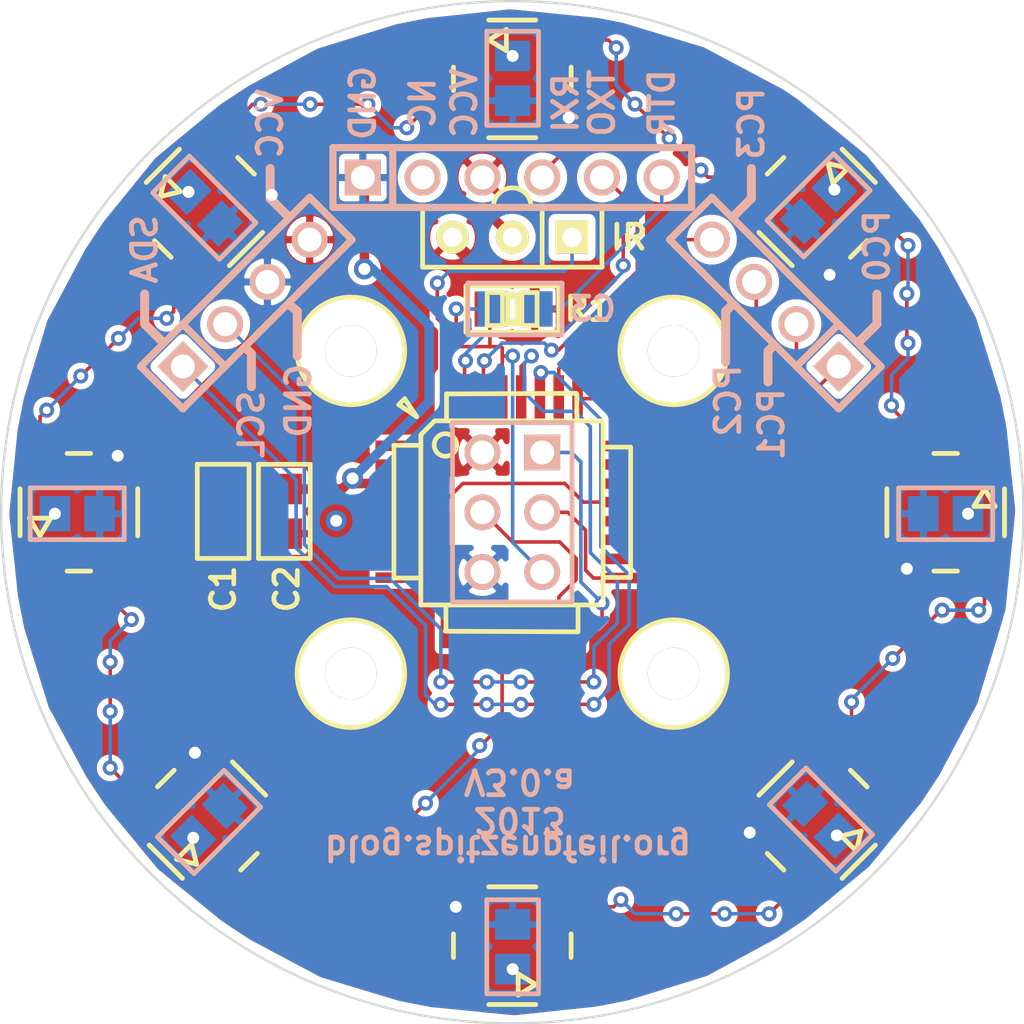
<source format=kicad_pcb>
(kicad_pcb (version 3) (host pcbnew "(2013-09-20 BZR 4325)-product")
  (title_block (title "RGB LED Ring") (date "21 Sep 2013") (rev 3.0.a) (company "2013 - blog.spitzenpfeil.org"))
  (layers (15 Front signal) (0 Back signal) (20 B.SilkS user) (21 F.SilkS user) (22 B.Mask user) (23 F.Mask user) (28 Edge.Cuts user))
  (net 0 "")
  (net 1 /DATA)
  (net 2 /DTR)
  (net 3 /INT0)
  (net 4 /MISO)
  (net 5 /MOSI)
  (net 6 /PC0)
  (net 7 /PC1)
  (net 8 /PC2)
  (net 9 /PC3)
  (net 10 /RESET)
  (net 11 /RXI)
  (net 12 /SCK)
  (net 13 /SCL)
  (net 14 /SDA)
  (net 15 /TXO)
  (net 16 GND)
  (net 17 GNDPWR)
  (net 18 N-000001)
  (net 19 N-000003)
  (net 20 N-000005)
  (net 21 N-000006)
  (net 22 N-000007)
  (net 23 N-000008)
  (net 24 N-000009)
  (net 25 VCC)
  (module MADW__TQFP_32_7x7 (layer Front) (at 83.185 70.739)
    (fp_text reference IC1 hide)
    (fp_text value AT168 hide)
    (pad 8 smd rect (at -4.81584 2.77622) (size 1.99898 0.44958) (layers Front F.Mask))
    (pad 7 smd rect (at -4.81584 1.97612) (size 1.99898 0.44958) (layers Front F.Mask))
    (pad 6 smd rect (at -4.81584 1.17602) (size 1.99898 0.44958) (layers Front F.Mask) (net 25 VCC))
    (pad 5 smd rect (at -4.81584 0.37592) (size 1.99898 0.44958) (layers Front F.Mask) (net 16 GND))
    (pad 4 smd rect (at -4.81584 -0.42418) (size 1.99898 0.44958) (layers Front F.Mask) (net 25 VCC))
    (pad 3 smd rect (at -4.81584 -1.22428) (size 1.99898 0.44958) (layers Front F.Mask) (net 16 GND))
    (pad 2 smd rect (at -4.81584 -2.02438) (size 1.99898 0.44958) (layers Front F.Mask))
    (pad 1 smd rect (at -4.81584 -2.82448) (size 1.99898 0.44958) (layers Front F.Mask))
    (pad 24 smd rect (at 4.7498 -2.8194) (size 1.99898 0.44958) (layers Front F.Mask) (net 7 /PC1))
    (pad 17 smd rect (at 4.7498 2.794) (size 1.99898 0.44958) (layers Front F.Mask) (net 12 /SCK))
    (pad 18 smd rect (at 4.7498 1.9812) (size 1.99898 0.44958) (layers Front F.Mask) (net 25 VCC))
    (pad 19 smd rect (at 4.7498 1.1684) (size 1.99898 0.44958) (layers Front F.Mask))
    (pad 20 smd rect (at 4.7498 0.381) (size 1.99898 0.44958) (layers Front F.Mask))
    (pad 21 smd rect (at 4.7498 -0.4318) (size 1.99898 0.44958) (layers Front F.Mask) (net 16 GND))
    (pad 22 smd rect (at 4.7498 -1.2192) (size 1.99898 0.44958) (layers Front F.Mask))
    (pad 23 smd rect (at 4.7498 -2.032) (size 1.99898 0.44958) (layers Front F.Mask) (net 6 /PC0))
    (pad 32 smd rect (at -2.82448 -4.826) (size 0.44958 1.99898) (layers Front F.Mask) (net 3 /INT0))
    (pad 31 smd rect (at -2.02692 -4.826) (size 0.44958 1.99898) (layers Front F.Mask) (net 15 /TXO))
    (pad 30 smd rect (at -1.22428 -4.826) (size 0.44958 1.99898) (layers Front F.Mask) (net 11 /RXI))
    (pad 29 smd rect (at -0.42672 -4.826) (size 0.44958 1.99898) (layers Front F.Mask) (net 10 /RESET))
    (pad 28 smd rect (at 0.37592 -4.826) (size 0.44958 1.99898) (layers Front F.Mask) (net 13 /SCL))
    (pad 27 smd rect (at 1.17348 -4.826) (size 0.44958 1.99898) (layers Front F.Mask) (net 14 /SDA))
    (pad 26 smd rect (at 1.97612 -4.826) (size 0.44958 1.99898) (layers Front F.Mask) (net 9 /PC3))
    (pad 25 smd rect (at 2.77368 -4.826) (size 0.44958 1.99898) (layers Front F.Mask) (net 8 /PC2))
    (pad 9 smd rect (at -2.8194 4.7752) (size 0.44958 1.99898) (layers Front F.Mask))
    (pad 10 smd rect (at -2.032 4.7752) (size 0.44958 1.99898) (layers Front F.Mask))
    (pad 11 smd rect (at -1.2192 4.7752) (size 0.44958 1.99898) (layers Front F.Mask))
    (pad 12 smd rect (at -0.4318 4.7752) (size 0.44958 1.99898) (layers Front F.Mask) (net 1 /DATA))
    (pad 13 smd rect (at 0.3556 4.7752) (size 0.44958 1.99898) (layers Front F.Mask))
    (pad 14 smd rect (at 1.1684 4.7752) (size 0.44958 1.99898) (layers Front F.Mask))
    (pad 15 smd rect (at 1.9812 4.7752) (size 0.44958 1.99898) (layers Front F.Mask) (net 5 /MOSI))
    (pad 16 smd rect (at 2.794 4.7752) (size 0.44958 1.99898) (layers Front F.Mask) (net 4 /MISO))
  )
  (module SIL-3 (layer Front) (at 83.185 59.055 180)
    (fp_text reference U1 hide)
    (fp_text value MADW__TSOP38238 hide)
    (pad 1 thru_hole rect (at -2.54 0 180) (size 1.397 1.397) (drill 0.8128) (layers *.Cu *.Mask F.SilkS) (net 3 /INT0))
    (pad 2 thru_hole circle (at 0 0 180) (size 1.397 1.397) (drill 0.8128) (layers *.Cu *.Mask F.SilkS) (net 16 GND))
    (pad 3 thru_hole circle (at 2.54 0 180) (size 1.397 1.397) (drill 0.8128) (layers *.Cu *.Mask F.SilkS) (net 25 VCC))
  )
  (module MADW__mounting_hole_3mm (layer Front) (at 76.327 77.597)
    (fp_text reference MH3 hide)
    (fp_text value CONN_1 hide)
    (pad "" thru_hole circle (at 0 0) (size 2.2 2.2) (drill 2.2) (layers *.Cu *.Mask))
  )
  (module MADW__mounting_hole_3mm (layer Front) (at 90.043 77.597)
    (fp_text reference MH4 hide)
    (fp_text value CONN_1 hide)
    (pad "" thru_hole circle (at 0 0) (size 2.2 2.2) (drill 2.2) (layers *.Cu *.Mask))
  )
  (module MADW__mounting_hole_3mm (layer Front) (at 90.043 63.881)
    (fp_text reference MH2 hide)
    (fp_text value CONN_1 hide)
    (pad "" thru_hole circle (at 0 0) (size 2.2 2.2) (drill 2.2) (layers *.Cu *.Mask))
  )
  (module MADW__mounting_hole_3mm (layer Front) (at 76.327 63.881)
    (fp_text reference MH1 hide)
    (fp_text value CONN_1 hide)
    (pad "" thru_hole circle (at 0 0) (size 2.2 2.2) (drill 2.2) (layers *.Cu *.Mask))
  )
  (module MADW__PLCC4-5050 (layer Front) (at 70.104 57.785 135)
    (fp_text reference LED6 hide)
    (fp_text value MADW__WS2812B hide)
    (pad 1 smd rect (at 1.65 -2.4 135) (size 1.4 1.8) (layers Front F.Mask) (net 25 VCC))
    (pad 2 smd rect (at -1.65 -2.4 135) (size 1.4 1.8) (layers Front F.Mask) (net 23 N-000008))
    (pad 3 smd rect (at -1.65 2.4 135) (size 1.4 1.8) (layers Front F.Mask) (net 17 GNDPWR))
    (pad 4 smd rect (at 1.65 2.4 135) (size 1.4 1.8) (layers Front F.Mask) (net 24 N-000009))
  )
  (module MADW__PLCC4-5050 (layer Front) (at 64.77 70.739 180)
    (fp_text reference LED7 hide)
    (fp_text value MADW__WS2812B hide)
    (pad 1 smd rect (at 1.65 -2.4 180) (size 1.4 1.8) (layers Front F.Mask) (net 25 VCC))
    (pad 2 smd rect (at -1.65 -2.4 180) (size 1.4 1.8) (layers Front F.Mask) (net 18 N-000001))
    (pad 3 smd rect (at -1.65 2.4 180) (size 1.4 1.8) (layers Front F.Mask) (net 17 GNDPWR))
    (pad 4 smd rect (at 1.65 2.4 180) (size 1.4 1.8) (layers Front F.Mask) (net 23 N-000008))
  )
  (module MADW__PLCC4-5050 (layer Front) (at 70.231 83.82 225)
    (fp_text reference LED8 hide)
    (fp_text value MADW__WS2812B hide)
    (pad 1 smd rect (at 1.65 -2.4 225) (size 1.4 1.8) (layers Front F.Mask) (net 25 VCC))
    (pad 2 smd rect (at -1.65 -2.4 225) (size 1.4 1.8) (layers Front F.Mask))
    (pad 3 smd rect (at -1.65 2.4 225) (size 1.4 1.8) (layers Front F.Mask) (net 17 GNDPWR))
    (pad 4 smd rect (at 1.65 2.4 225) (size 1.4 1.8) (layers Front F.Mask) (net 18 N-000001))
  )
  (module MADW__PLCC4-5050 (layer Front) (at 83.185 89.154 270)
    (fp_text reference LED1 hide)
    (fp_text value MADW__WS2812B hide)
    (pad 1 smd rect (at 1.65 -2.4 270) (size 1.4 1.8) (layers Front F.Mask) (net 25 VCC))
    (pad 2 smd rect (at -1.65 -2.4 270) (size 1.4 1.8) (layers Front F.Mask) (net 21 N-000006))
    (pad 3 smd rect (at -1.65 2.4 270) (size 1.4 1.8) (layers Front F.Mask) (net 17 GNDPWR))
    (pad 4 smd rect (at 1.65 2.4 270) (size 1.4 1.8) (layers Front F.Mask) (net 1 /DATA))
  )
  (module MADW__PLCC4-5050 (layer Front) (at 96.139 83.82 315)
    (fp_text reference LED2 hide)
    (fp_text value MADW__WS2812B hide)
    (pad 1 smd rect (at 1.65 -2.4 315) (size 1.4 1.8) (layers Front F.Mask) (net 25 VCC))
    (pad 2 smd rect (at -1.65 -2.4 315) (size 1.4 1.8) (layers Front F.Mask) (net 22 N-000007))
    (pad 3 smd rect (at -1.65 2.4 315) (size 1.4 1.8) (layers Front F.Mask) (net 17 GNDPWR))
    (pad 4 smd rect (at 1.65 2.4 315) (size 1.4 1.8) (layers Front F.Mask) (net 21 N-000006))
  )
  (module MADW__PLCC4-5050 (layer Front) (at 101.6 70.739)
    (fp_text reference LED3 hide)
    (fp_text value MADW__WS2812B hide)
    (pad 1 smd rect (at 1.65 -2.4) (size 1.4 1.8) (layers Front F.Mask) (net 25 VCC))
    (pad 2 smd rect (at -1.65 -2.4) (size 1.4 1.8) (layers Front F.Mask) (net 20 N-000005))
    (pad 3 smd rect (at -1.65 2.4) (size 1.4 1.8) (layers Front F.Mask) (net 17 GNDPWR))
    (pad 4 smd rect (at 1.65 2.4) (size 1.4 1.8) (layers Front F.Mask) (net 22 N-000007))
  )
  (module MADW__PLCC4-5050 (layer Front) (at 96.139 57.785 45)
    (fp_text reference LED4 hide)
    (fp_text value MADW__WS2812B hide)
    (pad 1 smd rect (at 1.65 -2.4 45) (size 1.4 1.8) (layers Front F.Mask) (net 25 VCC))
    (pad 2 smd rect (at -1.65 -2.4 45) (size 1.4 1.8) (layers Front F.Mask) (net 19 N-000003))
    (pad 3 smd rect (at -1.65 2.4 45) (size 1.4 1.8) (layers Front F.Mask) (net 17 GNDPWR))
    (pad 4 smd rect (at 1.65 2.4 45) (size 1.4 1.8) (layers Front F.Mask) (net 20 N-000005))
  )
  (module MADW__PLCC4-5050 (layer Front) (at 83.185 52.324 90)
    (fp_text reference LED5 hide)
    (fp_text value MADW__WS2812B hide)
    (pad 1 smd rect (at 1.65 -2.4 90) (size 1.4 1.8) (layers Front F.Mask) (net 25 VCC))
    (pad 2 smd rect (at -1.65 -2.4 90) (size 1.4 1.8) (layers Front F.Mask) (net 24 N-000009))
    (pad 3 smd rect (at -1.65 2.4 90) (size 1.4 1.8) (layers Front F.Mask) (net 17 GNDPWR))
    (pad 4 smd rect (at 1.65 2.4 90) (size 1.4 1.8) (layers Front F.Mask) (net 19 N-000003))
  )
  (module pin_array_3x2 (layer Back) (at 83.185 70.739 270)
    (fp_text reference JP1 hide)
    (fp_text value ISP hide)
    (pad 1 thru_hole rect (at -2.54 -1.27 270) (size 1.524 1.524) (drill 1.016) (layers *.Cu *.Mask B.SilkS) (net 4 /MISO))
    (pad 2 thru_hole circle (at -2.54 1.27 270) (size 1.524 1.524) (drill 1.016) (layers *.Cu *.Mask B.SilkS) (net 25 VCC))
    (pad 3 thru_hole circle (at 0 -1.27 270) (size 1.524 1.524) (drill 1.016) (layers *.Cu *.Mask B.SilkS) (net 12 /SCK))
    (pad 4 thru_hole circle (at 0 1.27 270) (size 1.524 1.524) (drill 1.016) (layers *.Cu *.Mask B.SilkS) (net 5 /MOSI))
    (pad 5 thru_hole circle (at 2.54 -1.27 270) (size 1.524 1.524) (drill 1.016) (layers *.Cu *.Mask B.SilkS) (net 10 /RESET))
    (pad 6 thru_hole circle (at 2.54 1.27 270) (size 1.524 1.524) (drill 1.016) (layers *.Cu *.Mask B.SilkS) (net 17 GNDPWR))
  )
  (module MADW__SIL-4 (layer Back) (at 94.361 61.849 135)
    (fp_text reference P2 hide)
    (fp_text value PORTC hide)
    (pad 1 thru_hole rect (at -3.81 0 135) (size 1.524 1.524) (drill 1.016) (layers *.Cu *.Mask B.SilkS) (net 6 /PC0))
    (pad 2 thru_hole circle (at -1.27 0 135) (size 1.524 1.524) (drill 1.016) (layers *.Cu *.Mask B.SilkS) (net 7 /PC1))
    (pad 3 thru_hole circle (at 1.27 0 135) (size 1.524 1.524) (drill 1.016) (layers *.Cu *.Mask B.SilkS) (net 8 /PC2))
    (pad 4 thru_hole circle (at 3.81 0 135) (size 1.524 1.524) (drill 1.016) (layers *.Cu *.Mask B.SilkS) (net 9 /PC3))
  )
  (module MADW__SIL-4 (layer Back) (at 71.882 61.849 45)
    (fp_text reference P1 hide)
    (fp_text value I2C hide)
    (pad 1 thru_hole rect (at -3.81 0 45) (size 1.524 1.524) (drill 1.016) (layers *.Cu *.Mask B.SilkS) (net 14 /SDA))
    (pad 2 thru_hole circle (at -1.27 0 45) (size 1.524 1.524) (drill 1.016) (layers *.Cu *.Mask B.SilkS) (net 13 /SCL))
    (pad 3 thru_hole circle (at 1.27 0 45) (size 1.524 1.524) (drill 1.016) (layers *.Cu *.Mask B.SilkS) (net 17 GNDPWR))
    (pad 4 thru_hole circle (at 3.81 0 45) (size 1.524 1.524) (drill 1.016) (layers *.Cu *.Mask B.SilkS) (net 25 VCC))
  )
  (module MADW__SIL-6 (layer Back) (at 83.185 56.515)
    (fp_text reference P3 hide)
    (fp_text value FTDI hide)
    (pad 1 thru_hole rect (at -6.35 0) (size 1.524 1.524) (drill 1.016) (layers *.Cu *.Mask B.SilkS) (net 17 GNDPWR))
    (pad 2 thru_hole circle (at -3.81 0) (size 1.524 1.524) (drill 1.016) (layers *.Cu *.Mask B.SilkS))
    (pad 3 thru_hole circle (at -1.27 0) (size 1.524 1.524) (drill 1.016) (layers *.Cu *.Mask B.SilkS) (net 25 VCC))
    (pad 4 thru_hole circle (at 1.27 0) (size 1.524 1.524) (drill 1.016) (layers *.Cu *.Mask B.SilkS) (net 11 /RXI))
    (pad 5 thru_hole circle (at 3.81 0) (size 1.524 1.524) (drill 1.016) (layers *.Cu *.Mask B.SilkS) (net 15 /TXO))
    (pad 6 thru_hole circle (at 6.35 0) (size 1.524 1.524) (drill 1.016) (layers *.Cu *.Mask B.SilkS) (net 2 /DTR))
  )
  (module MADW__C0805 (layer Back) (at 64.7 70.8)
    (fp_text reference C10 hide)
    (fp_text value 4.7µF hide)
    (pad 1 smd rect (at -0.94996 0) (size 1.29794 1.4986) (layers Back B.Mask) (net 25 VCC))
    (pad 2 smd rect (at 0.94996 0) (size 1.29794 1.4986) (layers Back B.Mask) (net 17 GNDPWR))
  )
  (module MADW__C0805 (layer Back) (at 70.3 83.9 45)
    (fp_text reference C11 hide)
    (fp_text value 4.7µF hide)
    (pad 1 smd rect (at -0.94996 0 45) (size 1.29794 1.4986) (layers Back B.Mask) (net 25 VCC))
    (pad 2 smd rect (at 0.94996 0 45) (size 1.29794 1.4986) (layers Back B.Mask) (net 17 GNDPWR))
  )
  (module MADW__SMD-net-noin-0.5mm (layer Front) (at 76.9 58.2 90)
    (fp_text reference NJ1 hide)
    (fp_text value NET-JOIN hide)
    (fp_line (start -0.381 0.127) (end 0.381 0.127) (layer Front) (width 0.25))
    (fp_line (start -0.381 -0.127) (end 0.381 -0.127) (layer Front) (width 0.25))
    (fp_line (start -0.381 0) (end 0.381 0) (layer Front) (width 0.25))
    (pad 1 smd rect (at -0.381 0 90) (size 0.5 0.5) (layers Front) (net 16 GND))
    (pad 2 smd rect (at 0.381 0 90) (size 0.5 0.5) (layers Front) (net 17 GNDPWR))
  )
  (module MADW__C0805 (layer Back) (at 96.3 83.8 135)
    (fp_text reference C5 hide)
    (fp_text value 4.7µF hide)
    (pad 1 smd rect (at -0.94996 0 135) (size 1.29794 1.4986) (layers Back B.Mask) (net 25 VCC))
    (pad 2 smd rect (at 0.94996 0 135) (size 1.29794 1.4986) (layers Back B.Mask) (net 17 GNDPWR))
  )
  (module MADW__C0805 (layer Front) (at 70.9 70.7 90)
    (fp_text reference C1 (at -3.3 0 90) (layer F.SilkS) (effects (font (thickness 0.2))))
    (fp_text value 100nF hide)
    (pad 1 smd rect (at -0.94996 0 90) (size 1.29794 1.4986) (layers Front F.Mask) (net 25 VCC))
    (pad 2 smd rect (at 0.94996 0 90) (size 1.29794 1.4986) (layers Front F.Mask) (net 16 GND))
  )
  (module MADW__C0805 (layer Front) (at 73.5 70.7 90)
    (fp_text reference C2 (at -3.3 0.1 90) (layer F.SilkS) (effects (font (thickness 0.2))))
    (fp_text value 10µF hide)
    (pad 1 smd rect (at -0.94996 0 90) (size 1.29794 1.4986) (layers Front F.Mask) (net 25 VCC))
    (pad 2 smd rect (at 0.94996 0 90) (size 1.29794 1.4986) (layers Front F.Mask) (net 16 GND))
  )
  (module MADW__C0805 (layer Back) (at 83.3 62.1)
    (fp_text reference C3 (at 3.3 0) (layer B.SilkS) (effects (font (thickness 0.2)) (justify mirror)))
    (fp_text value 100nF hide)
    (pad 1 smd rect (at -0.94996 0) (size 1.29794 1.4986) (layers Back B.Mask) (net 10 /RESET))
    (pad 2 smd rect (at 0.94996 0) (size 1.29794 1.4986) (layers Back B.Mask) (net 2 /DTR))
  )
  (module MADW__C0805 (layer Back) (at 83.2 89.2 90)
    (fp_text reference C4 hide)
    (fp_text value 4.7µF hide)
    (pad 1 smd rect (at -0.94996 0 90) (size 1.29794 1.4986) (layers Back B.Mask) (net 25 VCC))
    (pad 2 smd rect (at 0.94996 0 90) (size 1.29794 1.4986) (layers Back B.Mask) (net 17 GNDPWR))
  )
  (module MADW__C0805 (layer Back) (at 101.6 70.8 180)
    (fp_text reference C6 hide)
    (fp_text value 4.7µF hide)
    (pad 1 smd rect (at -0.94996 0 180) (size 1.29794 1.4986) (layers Back B.Mask) (net 25 VCC))
    (pad 2 smd rect (at 0.94996 0 180) (size 1.29794 1.4986) (layers Back B.Mask) (net 17 GNDPWR))
  )
  (module MADW__C0805 (layer Back) (at 96.2 57.7 225)
    (fp_text reference C7 hide)
    (fp_text value 4.7µF hide)
    (pad 1 smd rect (at -0.94996 0 225) (size 1.29794 1.4986) (layers Back B.Mask) (net 25 VCC))
    (pad 2 smd rect (at 0.94996 0 225) (size 1.29794 1.4986) (layers Back B.Mask) (net 17 GNDPWR))
  )
  (module MADW__C0805 (layer Back) (at 83.2 52.3 270)
    (fp_text reference C8 hide)
    (fp_text value 4.7µF hide)
    (pad 1 smd rect (at -0.94996 0 270) (size 1.29794 1.4986) (layers Back B.Mask) (net 25 VCC))
    (pad 2 smd rect (at 0.94996 0 270) (size 1.29794 1.4986) (layers Back B.Mask) (net 17 GNDPWR))
  )
  (module MADW__C0805 (layer Back) (at 70.1 57.8 315)
    (fp_text reference C9 hide)
    (fp_text value 4.7µF hide)
    (pad 1 smd rect (at -0.94996 0 315) (size 1.29794 1.4986) (layers Back B.Mask) (net 25 VCC))
    (pad 2 smd rect (at 0.94996 0 315) (size 1.29794 1.4986) (layers Back B.Mask) (net 17 GNDPWR))
  )
  (module MADW__R0805 (layer Front) (at 83.185 62.103)
    (fp_text reference R1 (at 3.215 -0.003) (layer F.SilkS) (effects (font (thickness 0.2))))
    (fp_text value 10k hide)
    (pad 1 smd rect (at -0.94996 0) (size 1.29794 1.4986) (layers Front F.Mask) (net 10 /RESET))
    (pad 2 smd rect (at 0.94996 0) (size 1.29794 1.4986) (layers Front F.Mask) (net 25 VCC))
  )
  (gr_line (start 72.1 64) (end 71.85 63.75) (angle 90) (layer B.SilkS) (width 0.381))
  (gr_line (start 72.1 65.4) (end 72.1 64) (angle 90) (layer B.SilkS) (width 0.381))
  (gr_line (start 74.05 62.2) (end 73.7 61.9) (angle 90) (layer B.SilkS) (width 0.381))
  (gr_line (start 74.05 62.2) (end 74.05 64.1) (angle 90) (layer B.SilkS) (width 0.381))
  (gr_line (start 92.25 62.2) (end 92.55 61.9) (angle 90) (layer B.SilkS) (width 0.381))
  (gr_line (start 92.25 64.35) (end 92.25 62.2) (angle 90) (layer B.SilkS) (width 0.381))
  (gr_line (start 94.05 63.9) (end 94.3 63.65) (angle 90) (layer B.SilkS) (width 0.381))
  (gr_line (start 94.05 63.9) (end 94.05 65.2) (angle 90) (layer B.SilkS) (width 0.381))
  (gr_text blog.spitzenpfeil.org (at 83 85 180) (layer B.SilkS) (effects (font (size 1.016 1.016) (thickness 0.2032)) (justify mirror)))
  (gr_text "2013\nV3.0.a" (at 83.5 83 180) (layer B.SilkS) (effects (font (size 1.016 1.016) (thickness 0.2032)) (justify mirror)))
  (gr_text IR (at 88.138 59.055) (layer F.SilkS) (effects (font (size 1.016 1.016) (thickness 0.2032))))
  (gr_text PC0 (at 98.679 59.436 90) (layer B.SilkS) (effects (font (size 1.016 1.016) (thickness 0.2032)) (justify mirror)))
  (gr_text PC1 (at 94.2 67 90) (layer B.SilkS) (effects (font (size 1.016 1.016) (thickness 0.2032)) (justify mirror)))
  (gr_text PC2 (at 92.35 66 90) (layer B.SilkS) (effects (font (size 1.016 1.016) (thickness 0.2032)) (justify mirror)))
  (gr_text PC3 (at 93.345 54.229 90) (layer B.SilkS) (effects (font (size 1.016 1.016) (thickness 0.2032)) (justify mirror)))
  (gr_line (start 98.679 62.738) (end 98.679 61.468) (angle 90) (layer B.SilkS) (width 0.381))
  (gr_line (start 97.917 63.5) (end 98.679 62.738) (angle 90) (layer B.SilkS) (width 0.381))
  (gr_line (start 93.345 57.404) (end 93.345 56.134) (angle 90) (layer B.SilkS) (width 0.381))
  (gr_line (start 92.583 58.166) (end 93.345 57.404) (angle 90) (layer B.SilkS) (width 0.381))
  (gr_line (start 72.898 57.404) (end 72.898 56.134) (angle 90) (layer B.SilkS) (width 0.381))
  (gr_line (start 67.564 62.738) (end 67.564 61.468) (angle 90) (layer B.SilkS) (width 0.381))
  (gr_line (start 68.326 63.5) (end 67.564 62.738) (angle 90) (layer B.SilkS) (width 0.381))
  (gr_line (start 73.66 58.166) (end 72.898 57.404) (angle 90) (layer B.SilkS) (width 0.381))
  (gr_text SDA (at 67.564 59.563 90) (layer B.SilkS) (effects (font (size 1.016 1.016) (thickness 0.2032)) (justify mirror)))
  (gr_text SCL (at 72.1 67 90) (layer B.SilkS) (effects (font (size 1.016 1.016) (thickness 0.2032)) (justify mirror)))
  (gr_text GND (at 74.1 66 90) (layer B.SilkS) (effects (font (size 1.016 1.016) (thickness 0.2032)) (justify mirror)))
  (gr_text VCC (at 72.898 54.229 90) (layer B.SilkS) (effects (font (size 1.016 1.016) (thickness 0.2032)) (justify mirror)))
  (gr_text DTR (at 89.535 53.35 90) (layer B.SilkS) (effects (font (size 1.016 1.016) (thickness 0.2032)) (justify mirror)))
  (gr_text NC (at 79.375 53.35 90) (layer B.SilkS) (effects (font (size 1.016 1.016) (thickness 0.2032)) (justify mirror)))
  (gr_text VCC (at 81.15 53.35 90) (layer B.SilkS) (effects (font (size 1.016 1.016) (thickness 0.2032)) (justify mirror)))
  (gr_text RXI (at 85.45 53.35 90) (layer B.SilkS) (effects (font (size 1.016 1.016) (thickness 0.2032)) (justify mirror)))
  (gr_text TXO (at 86.995 53.35 90) (layer B.SilkS) (effects (font (size 1.016 1.016) (thickness 0.2032)) (justify mirror)))
  (gr_text GND (at 76.835 53.35 90) (layer B.SilkS) (effects (font (size 1.016 1.016) (thickness 0.2032)) (justify mirror)))
  (gr_arc (start 83.185 70.739) (end 61.468 70.739) (angle 90) (layer Edge.Cuts) (width 0.1))
  (gr_arc (start 83.185 70.739) (end 83.185 92.456) (angle 90) (layer Edge.Cuts) (width 0.1))
  (gr_arc (start 83.185 70.739) (end 104.902 70.739) (angle 90) (layer Edge.Cuts) (width 0.1))
  (gr_arc (start 83.185 70.739) (end 83.185 49.022) (angle 90) (layer Edge.Cuts) (width 0.1))
  (segment (start 79.5 83.1) (end 81.8 80.8) (width 0.1524) (layer Back) (net 1))
  (segment (start 78.2 89.7) (end 79.304 90.804) (width 0.1524) (layer Front) (net 1))
  (segment (start 78.2 84.4) (end 78.2 89.7) (width 0.1524) (layer Front) (net 1))
  (segment (start 79.5 83.1) (end 78.2 84.4) (width 0.1524) (layer Front) (net 1))
  (via (at 79.5 83.1) (size 0.635) (layers Front Back) (net 1))
  (segment (start 80.785 90.804) (end 79.304 90.804) (width 0.1524) (layer Front) (net 1))
  (segment (start 81.8 80.8) (end 81.8 80.65) (width 0.1524) (layer Back) (net 1))
  (segment (start 81.85 80.65) (end 82.7532 79.7468) (width 0.1524) (layer Front) (net 1))
  (segment (start 81.8 80.65) (end 81.85 80.65) (width 0.1524) (layer Front) (net 1))
  (via (at 81.8 80.65) (size 0.635) (layers Front Back) (net 1))
  (segment (start 82.7532 75.5142) (end 82.7532 79.7468) (width 0.1524) (layer Front) (net 1))
  (segment (start 84.24996 62.1) (end 85.25 62.1) (width 0.1524) (layer Back) (net 2))
  (segment (start 89.535 57.815) (end 89.535 56.515) (width 0.1524) (layer Back) (net 2))
  (segment (start 85.25 62.1) (end 89.535 57.815) (width 0.1524) (layer Back) (net 2))
  (segment (start 80.36052 65.913) (end 80.36052 62.86052) (width 0.1524) (layer Front) (net 3))
  (segment (start 85.725 60.175) (end 85.725 59.055) (width 0.1524) (layer Back) (net 3))
  (segment (start 85.4 60.5) (end 85.725 60.175) (width 0.1524) (layer Back) (net 3))
  (segment (start 80.5 60.5) (end 85.4 60.5) (width 0.1524) (layer Back) (net 3))
  (segment (start 80 61) (end 80.5 60.5) (width 0.1524) (layer Back) (net 3))
  (via (at 80 61) (size 0.635) (layers Front Back) (net 3))
  (segment (start 80 62.5) (end 80 61) (width 0.1524) (layer Front) (net 3))
  (segment (start 80.36052 62.86052) (end 80 62.5) (width 0.1524) (layer Front) (net 3))
  (segment (start 84.455 68.199) (end 85.699 68.199) (width 0.1524) (layer Back) (net 4))
  (segment (start 86.6858 75.5142) (end 85.979 75.5142) (width 0.1524) (layer Front) (net 4))
  (segment (start 87 75.2) (end 86.6858 75.5142) (width 0.1524) (layer Front) (net 4))
  (segment (start 87 74.6) (end 87 75.2) (width 0.1524) (layer Front) (net 4))
  (via (at 87 74.6) (size 0.635) (layers Front Back) (net 4))
  (segment (start 86.1 73.7) (end 87 74.6) (width 0.1524) (layer Back) (net 4))
  (segment (start 86.1 68.6) (end 86.1 73.7) (width 0.1524) (layer Back) (net 4))
  (segment (start 85.699 68.199) (end 86.1 68.6) (width 0.1524) (layer Back) (net 4))
  (segment (start 81.915 70.739) (end 81.939 70.739) (width 0.1524) (layer Front) (net 5))
  (segment (start 85.1662 74.3338) (end 85.1662 75.5142) (width 0.1524) (layer Front) (net 5))
  (segment (start 85.9 73.6) (end 85.1662 74.3338) (width 0.1524) (layer Front) (net 5))
  (segment (start 85.9 72.7) (end 85.9 73.6) (width 0.1524) (layer Front) (net 5))
  (segment (start 85.2 72) (end 85.9 72.7) (width 0.1524) (layer Front) (net 5))
  (segment (start 83.2 72) (end 85.2 72) (width 0.1524) (layer Front) (net 5))
  (segment (start 81.939 70.739) (end 83.2 72) (width 0.1524) (layer Front) (net 5))
  (segment (start 87.9348 68.707) (end 92.891154 68.707) (width 0.1524) (layer Front) (net 6))
  (segment (start 92.891154 68.707) (end 97.055077 64.543077) (width 0.1524) (layer Front) (net 6))
  (segment (start 92.836452 67.9196) (end 95.259026 65.497026) (width 0.1524) (layer Front) (net 7))
  (segment (start 87.9348 67.9196) (end 92.836452 67.9196) (width 0.1524) (layer Front) (net 7))
  (segment (start 95.259026 65.497026) (end 95.259026 62.747026) (width 0.1524) (layer Front) (net 7))
  (segment (start 93.462974 60.950974) (end 93.55 61.038) (width 0.1524) (layer Front) (net 8))
  (segment (start 86.863 65.913) (end 85.95868 65.913) (width 0.1524) (layer Front) (net 8))
  (segment (start 88.15 67.2) (end 86.863 65.913) (width 0.1524) (layer Front) (net 8))
  (segment (start 92.65 67.2) (end 88.15 67.2) (width 0.1524) (layer Front) (net 8))
  (segment (start 93.55 66.3) (end 92.65 67.2) (width 0.1524) (layer Front) (net 8))
  (segment (start 93.55 61.038) (end 93.55 66.3) (width 0.1524) (layer Front) (net 8))
  (segment (start 93.313948 61.1) (end 93.462974 60.950974) (width 0.1524) (layer Front) (net 8))
  (segment (start 85.16112 64.63888) (end 86.2 63.6) (width 0.1524) (layer Front) (net 9))
  (segment (start 85.16112 65.913) (end 85.16112 64.63888) (width 0.1524) (layer Front) (net 9))
  (segment (start 90.345077 59.154923) (end 91.666923 59.154923) (width 0.1524) (layer Front) (net 9))
  (segment (start 86.2 63.3) (end 90.345077 59.154923) (width 0.1524) (layer Front) (net 9))
  (segment (start 86.2 63.6) (end 86.2 63.3) (width 0.1524) (layer Front) (net 9))
  (segment (start 83.2 72.024) (end 83.2 64.1) (width 0.1524) (layer Back) (net 10))
  (via (at 83.2 64.1) (size 0.635) (layers Front Back) (net 10))
  (segment (start 83.2 64.1) (end 82.75828 64.1) (width 0.1524) (layer Front) (net 10))
  (segment (start 83.2 72.024) (end 84.455 73.279) (width 0.1524) (layer Back) (net 10))
  (segment (start 82.23504 63.7) (end 82.7 63.7) (width 0.1524) (layer Front) (net 10))
  (segment (start 82.7 63.7) (end 82.75828 63.75828) (width 0.1524) (layer Front) (net 10))
  (segment (start 82.75828 63.75828) (end 82.75828 64.1) (width 0.1524) (layer Front) (net 10))
  (segment (start 82.75828 64.1) (end 82.75828 65.913) (width 0.1524) (layer Front) (net 10))
  (segment (start 82.35004 62.1) (end 80.8 62.1) (width 0.1524) (layer Back) (net 10))
  (segment (start 80.9 63.7) (end 82.23504 63.7) (width 0.1524) (layer Front) (net 10))
  (segment (start 80.8 63.6) (end 80.9 63.7) (width 0.1524) (layer Front) (net 10))
  (segment (start 80.8 62.1) (end 80.8 63.6) (width 0.1524) (layer Front) (net 10))
  (via (at 80.8 62.1) (size 0.635) (layers Front Back) (net 10))
  (segment (start 82.23504 62.103) (end 82.23504 63.7) (width 0.1524) (layer Front) (net 10))
  (segment (start 84.85 63.85) (end 85.15 63.85) (width 0.1524) (layer Front) (net 11))
  (segment (start 84.455 56.515) (end 84.455 56.345) (width 0.1524) (layer Front) (net 11))
  (segment (start 85.6 55.2) (end 84.455 56.345) (width 0.1524) (layer Front) (net 11))
  (segment (start 87.6 55.2) (end 85.6 55.2) (width 0.1524) (layer Front) (net 11))
  (segment (start 88.3 55.9) (end 87.6 55.2) (width 0.1524) (layer Front) (net 11))
  (segment (start 88.3 57.1) (end 88.3 55.9) (width 0.1524) (layer Front) (net 11))
  (segment (start 88.5 57.3) (end 88.3 57.1) (width 0.1524) (layer Front) (net 11))
  (segment (start 88.5 60.5) (end 88.5 57.3) (width 0.1524) (layer Front) (net 11))
  (segment (start 85.15 63.85) (end 88.5 60.5) (width 0.1524) (layer Front) (net 11))
  (segment (start 84.55 63.55) (end 84.85 63.85) (width 0.1524) (layer Back) (net 11))
  (segment (start 82 64.3) (end 82.75 63.55) (width 0.1524) (layer Back) (net 11))
  (segment (start 81.96072 64.33928) (end 81.96072 65.913) (width 0.1524) (layer Front) (net 11))
  (via (at 82 64.3) (size 0.635) (layers Front Back) (net 11))
  (segment (start 81.96072 64.33928) (end 82 64.3) (width 0.1524) (layer Front) (net 11))
  (via (at 84.85 63.85) (size 0.635) (layers Front Back) (net 11))
  (segment (start 82.75 63.55) (end 84.55 63.55) (width 0.1524) (layer Back) (net 11))
  (segment (start 84.455 70.739) (end 85.539 70.739) (width 0.1524) (layer Front) (net 12))
  (segment (start 86.633 73.533) (end 87.9348 73.533) (width 0.1524) (layer Front) (net 12))
  (segment (start 86.3 73.2) (end 86.633 73.533) (width 0.1524) (layer Front) (net 12))
  (segment (start 86.3 71.5) (end 86.3 73.2) (width 0.1524) (layer Front) (net 12))
  (segment (start 85.539 70.739) (end 86.3 71.5) (width 0.1524) (layer Front) (net 12))
  (segment (start 70.983974 62.747026) (end 74.35 66.113052) (width 0.1524) (layer Back) (net 13))
  (segment (start 74.35 66.113052) (end 74.35 72.1) (width 0.1524) (layer Back) (net 13))
  (segment (start 74.35 72.1) (end 75.8 73.55) (width 0.1524) (layer Back) (net 13))
  (segment (start 86.65 77.95) (end 86.65 76.45) (width 0.1524) (layer Back) (net 13))
  (via (at 86.65 77.95) (size 0.635) (layers Front Back) (net 13))
  (segment (start 84 64.1) (end 83.56092 64.53908) (width 0.1524) (layer Front) (net 13))
  (segment (start 86.5 72.45) (end 87.65 73.6) (width 0.1524) (layer Back) (net 13))
  (segment (start 85.85 66.45) (end 86.5 67.1) (width 0.1524) (layer Back) (net 13))
  (segment (start 84.5 66.45) (end 85.85 66.45) (width 0.1524) (layer Back) (net 13))
  (segment (start 83.7 65.65) (end 84.5 66.45) (width 0.1524) (layer Back) (net 13))
  (segment (start 83.7 64.4) (end 83.7 65.65) (width 0.1524) (layer Back) (net 13))
  (segment (start 84 64.1) (end 83.7 64.4) (width 0.1524) (layer Back) (net 13))
  (via (at 84 64.1) (size 0.635) (layers Front Back) (net 13))
  (segment (start 86.5 67.1) (end 86.5 72.45) (width 0.1524) (layer Back) (net 13))
  (segment (start 83.56092 64.53908) (end 83.56092 65.913) (width 0.1524) (layer Front) (net 13))
  (via (at 80.15 77.95) (size 0.635) (layers Front Back) (net 13))
  (segment (start 80.15 77.95) (end 82.1 77.95) (width 0.1524) (layer Front) (net 13))
  (via (at 82.1 77.95) (size 0.635) (layers Front Back) (net 13))
  (segment (start 82.1 77.95) (end 83.55 77.95) (width 0.1524) (layer Back) (net 13))
  (via (at 83.55 77.95) (size 0.635) (layers Front Back) (net 13))
  (segment (start 86.65 77.95) (end 83.55 77.95) (width 0.1524) (layer Front) (net 13))
  (segment (start 87.65 75.45) (end 87.65 73.6) (width 0.1524) (layer Back) (net 13))
  (segment (start 86.65 76.45) (end 87.65 75.45) (width 0.1524) (layer Back) (net 13))
  (segment (start 80.15 75.7) (end 80.15 77.95) (width 0.1524) (layer Back) (net 13))
  (segment (start 78 73.55) (end 80.15 75.7) (width 0.1524) (layer Back) (net 13))
  (segment (start 75.8 73.55) (end 78 73.55) (width 0.1524) (layer Back) (net 13))
  (segment (start 70.983974 62.747026) (end 71.047026 62.747026) (width 0.1524) (layer Back) (net 13))
  (segment (start 79.5 78.5) (end 79.9 78.9) (width 0.1524) (layer Back) (net 14))
  (segment (start 79.5 75.55) (end 77.85 73.9) (width 0.1524) (layer Back) (net 14))
  (segment (start 77.85 73.9) (end 75.65 73.9) (width 0.1524) (layer Back) (net 14))
  (segment (start 75.65 73.9) (end 74 72.25) (width 0.1524) (layer Back) (net 14))
  (segment (start 74 72.25) (end 74 69.355154) (width 0.1524) (layer Back) (net 14))
  (segment (start 69.187923 64.543077) (end 74 69.355154) (width 0.1524) (layer Back) (net 14))
  (segment (start 88.15 73.4) (end 88.15 75.5) (width 0.1524) (layer Back) (net 14))
  (segment (start 88.15 75.5) (end 87.3 76.35) (width 0.1524) (layer Back) (net 14))
  (segment (start 87.3 76.35) (end 87.3 78.25) (width 0.1524) (layer Back) (net 14))
  (segment (start 87.3 78.25) (end 86.65 78.9) (width 0.1524) (layer Back) (net 14))
  (via (at 80.15 78.9) (size 0.635) (layers Front Back) (net 14))
  (segment (start 80.15 78.9) (end 82.1 78.9) (width 0.1524) (layer Front) (net 14))
  (via (at 82.1 78.9) (size 0.635) (layers Front Back) (net 14))
  (segment (start 82.1 78.9) (end 83.55 78.9) (width 0.1524) (layer Back) (net 14))
  (via (at 83.55 78.9) (size 0.635) (layers Front Back) (net 14))
  (segment (start 83.55 78.9) (end 86.65 78.9) (width 0.1524) (layer Front) (net 14))
  (via (at 86.65 78.9) (size 0.635) (layers Front Back) (net 14))
  (segment (start 88.15 73.4) (end 86.95 72.2) (width 0.1524) (layer Back) (net 14))
  (segment (start 86.95 72.2) (end 86.95 66.8) (width 0.1524) (layer Back) (net 14))
  (segment (start 86.95 66.8) (end 84.95 64.8) (width 0.1524) (layer Back) (net 14))
  (segment (start 84.95 64.8) (end 84.4 64.8) (width 0.1524) (layer Back) (net 14))
  (via (at 84.4 64.8) (size 0.635) (layers Front Back) (net 14))
  (segment (start 84.4 64.8) (end 84.35848 64.84152) (width 0.1524) (layer Front) (net 14))
  (segment (start 84.35848 64.84152) (end 84.35848 65.913) (width 0.1524) (layer Front) (net 14))
  (segment (start 79.5 78.5) (end 79.5 75.55) (width 0.1524) (layer Back) (net 14))
  (segment (start 79.9 78.9) (end 80.15 78.9) (width 0.1524) (layer Back) (net 14))
  (segment (start 69.187923 64.543077) (end 69.431 64.3) (width 0.1524) (layer Back) (net 14))
  (segment (start 85.2 63.2) (end 87.9 60.5) (width 0.1524) (layer Back) (net 15))
  (segment (start 82 63.2) (end 85.2 63.2) (width 0.1524) (layer Back) (net 15))
  (segment (start 81.2 64.3) (end 81.2 64) (width 0.1524) (layer Back) (net 15))
  (via (at 81.2 64.3) (size 0.635) (layers Front Back) (net 15))
  (segment (start 81.2 64.3) (end 81.15808 64.34192) (width 0.1524) (layer Front) (net 15))
  (segment (start 81.15808 65.913) (end 81.15808 64.34192) (width 0.1524) (layer Front) (net 15))
  (segment (start 81.2 64) (end 82 63.2) (width 0.1524) (layer Back) (net 15))
  (segment (start 87.9 60.25) (end 87.9 57.3) (width 0.1524) (layer Front) (net 15))
  (via (at 87.9 60.25) (size 0.635) (layers Front Back) (net 15))
  (segment (start 87.9 60.5) (end 87.9 60.25) (width 0.1524) (layer Back) (net 15))
  (segment (start 87.115 56.515) (end 87.9 57.3) (width 0.1524) (layer Front) (net 15))
  (segment (start 86.995 56.515) (end 87.115 56.515) (width 0.1524) (layer Front) (net 15))
  (segment (start 76.9 60.4) (end 77.25 60.4) (width 0.4064) (layer Back) (net 16))
  (via (at 76.4 69.3) (size 0.889) (layers Front Back) (net 16))
  (segment (start 79.65 62.8) (end 79.65 66.05) (width 0.4064) (layer Back) (net 16))
  (segment (start 79.65 66.05) (end 76.4 69.3) (width 0.4064) (layer Back) (net 16))
  (segment (start 77.25 60.4) (end 79.65 62.8) (width 0.4064) (layer Back) (net 16))
  (segment (start 76.9 60.4) (end 77.05 60.4) (width 0.4064) (layer Back) (net 16))
  (via (at 76.9 60.4) (size 0.889) (layers Front Back) (net 16))
  (segment (start 76.9 58.581) (end 76.9 60.4) (width 0.4064) (layer Front) (net 16))
  (segment (start 73.5 69.75004) (end 75.94996 69.75004) (width 0.4064) (layer Front) (net 16))
  (segment (start 75.94996 69.75004) (end 76.4 69.3) (width 0.4064) (layer Front) (net 16))
  (segment (start 70.9 69.75004) (end 73.5 69.75004) (width 0.4064) (layer Front) (net 16))
  (segment (start 76.61472 69.51472) (end 78.36916 69.51472) (width 0.4064) (layer Front) (net 16))
  (segment (start 76.4 69.3) (end 76.61472 69.51472) (width 0.4064) (layer Front) (net 16))
  (segment (start 79.9 70.3) (end 80.3 70.3) (width 0.1524) (layer Front) (net 16))
  (segment (start 85.41472 69.51472) (end 86.2072 70.3072) (width 0.1524) (layer Front) (net 16))
  (segment (start 86.2072 70.3072) (end 87.9348 70.3072) (width 0.1524) (layer Front) (net 16))
  (segment (start 81.08528 69.51472) (end 85.41472 69.51472) (width 0.1524) (layer Front) (net 16))
  (segment (start 80.3 70.3) (end 81.08528 69.51472) (width 0.1524) (layer Front) (net 16))
  (segment (start 76.9 58.581) (end 78.619 58.581) (width 0.4064) (layer Front) (net 16))
  (segment (start 81.93 57.8) (end 83.185 59.055) (width 0.4064) (layer Front) (net 16))
  (segment (start 79.4 57.8) (end 81.93 57.8) (width 0.4064) (layer Front) (net 16))
  (segment (start 78.619 58.581) (end 79.4 57.8) (width 0.4064) (layer Front) (net 16))
  (segment (start 78.36916 69.51472) (end 79.61472 69.51472) (width 0.1524) (layer Front) (net 16))
  (segment (start 79.9 69.8) (end 79.9 70.3) (width 0.1524) (layer Front) (net 16))
  (segment (start 79.61472 69.51472) (end 79.9 69.8) (width 0.1524) (layer Front) (net 16))
  (segment (start 79.9 70.3) (end 79.9 70.9) (width 0.1524) (layer Front) (net 16))
  (segment (start 79.9 70.9) (end 79.68508 71.11492) (width 0.1524) (layer Front) (net 16))
  (segment (start 79.68508 71.11492) (end 78.36916 71.11492) (width 0.1524) (layer Front) (net 16))
  (segment (start 76.9 57.819) (end 76.9 56.58) (width 0.4064) (layer Front) (net 17))
  (segment (start 76.9 56.58) (end 76.835 56.515) (width 0.4064) (layer Front) (net 17))
  (via (at 72.967782 57.25467) (size 0.635) (layers Front Back) (net 17))
  (segment (start 72.9 57.2) (end 72.922452 57.222452) (width 0.1524) (layer Back) (net 17))
  (segment (start 73 57.222452) (end 72.922452 57.222452) (width 0.1524) (layer Back) (net 17))
  (segment (start 73 57.222452) (end 72.967782 57.25467) (width 0.1524) (layer Back) (net 17))
  (via (at 66.42 68.339) (size 0.635) (layers Front Back) (net 17))
  (segment (start 66.4 68.3) (end 66.4 68.319) (width 0.1524) (layer Back) (net 17))
  (segment (start 66.4 68.319) (end 66.42 68.339) (width 0.1524) (layer Back) (net 17))
  (via (at 69.70067 80.956218) (size 0.635) (layers Front Back) (net 17))
  (segment (start 69.7 80.9) (end 69.7 80.955548) (width 0.1524) (layer Back) (net 17))
  (segment (start 69.7 80.955548) (end 69.70067 80.956218) (width 0.1524) (layer Back) (net 17))
  (via (at 80.785 87.504) (size 0.635) (layers Front Back) (net 17))
  (segment (start 80.8 87.5) (end 80.789 87.5) (width 0.1524) (layer Back) (net 17))
  (segment (start 80.789 87.5) (end 80.785 87.504) (width 0.1524) (layer Back) (net 17))
  (via (at 93.275218 84.35033) (size 0.635) (layers Front Back) (net 17))
  (segment (start 93.2 84.4) (end 93.225548 84.4) (width 0.1524) (layer Back) (net 17))
  (segment (start 93.225548 84.4) (end 93.275218 84.35033) (width 0.1524) (layer Back) (net 17))
  (via (at 99.95 73.139) (size 0.635) (layers Front Back) (net 17))
  (segment (start 99.9 73.1) (end 99.911 73.1) (width 0.1524) (layer Back) (net 17))
  (segment (start 99.911 73.1) (end 99.95 73.139) (width 0.1524) (layer Back) (net 17))
  (via (at 96.66933 60.648782) (size 0.635) (layers Front Back) (net 17))
  (segment (start 96.7 60.7) (end 96.7 60.679452) (width 0.1524) (layer Back) (net 17))
  (segment (start 96.7 60.679452) (end 96.66933 60.648782) (width 0.1524) (layer Back) (net 17))
  (via (at 85.585 53.974) (size 0.635) (layers Front Back) (net 17))
  (segment (start 85.6 54) (end 85.6 53.989) (width 0.1524) (layer Back) (net 17))
  (segment (start 85.6 53.989) (end 85.585 53.974) (width 0.1524) (layer Back) (net 17))
  (via (at 66.1 77.1) (size 0.635) (layers Front Back) (net 18))
  (segment (start 66.1 81.6) (end 66.1 79.2) (width 0.1524) (layer Back) (net 18))
  (via (at 66.1 79.2) (size 0.635) (layers Front Back) (net 18))
  (segment (start 66.1 79.2) (end 66.1 77.1) (width 0.1524) (layer Front) (net 18))
  (segment (start 66.42 73.139) (end 66.42 74.72) (width 0.1524) (layer Front) (net 18))
  (segment (start 66.1 76.2) (end 66.1 77.1) (width 0.1524) (layer Back) (net 18))
  (segment (start 67 75.3) (end 66.1 76.2) (width 0.1524) (layer Back) (net 18))
  (via (at 67 75.3) (size 0.635) (layers Front Back) (net 18))
  (segment (start 66.42 74.72) (end 67 75.3) (width 0.1524) (layer Front) (net 18))
  (segment (start 67.367218 82.867218) (end 67.367218 83.28967) (width 0.1524) (layer Front) (net 18))
  (segment (start 66.1 81.6) (end 67.367218 82.867218) (width 0.1524) (layer Front) (net 18))
  (via (at 66.1 81.6) (size 0.635) (layers Front Back) (net 18))
  (via (at 88.4 53.4) (size 0.635) (layers Front Back) (net 19))
  (segment (start 91.2 56.2) (end 89.85 54.85) (width 0.1524) (layer Back) (net 19))
  (via (at 89.85 54.85) (size 0.635) (layers Front Back) (net 19))
  (segment (start 89.85 54.85) (end 88.4 53.4) (width 0.1524) (layer Front) (net 19))
  (segment (start 87.6 51) (end 87.6 52.6) (width 0.1524) (layer Back) (net 19))
  (segment (start 87.6 52.6) (end 88.4 53.4) (width 0.1524) (layer Back) (net 19))
  (segment (start 87.274 50.674) (end 87.6 51) (width 0.1524) (layer Front) (net 19))
  (via (at 87.6 51) (size 0.635) (layers Front Back) (net 19))
  (segment (start 85.585 50.674) (end 87.274 50.674) (width 0.1524) (layer Front) (net 19))
  (segment (start 92.520548 56.5) (end 93.275218 57.25467) (width 0.1524) (layer Front) (net 19))
  (segment (start 91.5 56.5) (end 92.520548 56.5) (width 0.1524) (layer Front) (net 19))
  (segment (start 91.2 56.2) (end 91.5 56.5) (width 0.1524) (layer Front) (net 19))
  (via (at 91.2 56.2) (size 0.635) (layers Front Back) (net 19))
  (segment (start 100 63.55) (end 100 64.2) (width 0.1524) (layer Back) (net 20))
  (segment (start 99.3 66.3) (end 99.95 66.95) (width 0.1524) (layer Front) (net 20))
  (segment (start 99.95 66.95) (end 99.95 68.339) (width 0.1524) (layer Front) (net 20))
  (via (at 99.3 66.2) (size 0.635) (layers Front Back) (net 20))
  (segment (start 99.3 64.9) (end 99.3 66.2) (width 0.1524) (layer Back) (net 20))
  (segment (start 100 64.2) (end 99.3 64.9) (width 0.1524) (layer Back) (net 20))
  (segment (start 99.3 66.2) (end 99.3 66.3) (width 0.1524) (layer Front) (net 20))
  (segment (start 99.95 61.45) (end 99.95 63.5) (width 0.1524) (layer Front) (net 20))
  (segment (start 99.95 63.5) (end 100 63.55) (width 0.1524) (layer Front) (net 20))
  (segment (start 100 59.4) (end 100 61.4) (width 0.1524) (layer Back) (net 20))
  (segment (start 99.002782 58.402782) (end 100 59.4) (width 0.1524) (layer Front) (net 20))
  (via (at 100 59.4) (size 0.635) (layers Front Back) (net 20))
  (segment (start 99.002782 58.31533) (end 99.002782 58.402782) (width 0.1524) (layer Front) (net 20))
  (segment (start 100 61.4) (end 99.95 61.45) (width 0.1524) (layer Back) (net 20))
  (via (at 100 63.55) (size 0.635) (layers Front Back) (net 20))
  (via (at 99.95 61.45) (size 0.635) (layers Front Back) (net 20))
  (segment (start 88.4 87.8) (end 90.15 87.8) (width 0.1524) (layer Back) (net 21))
  (segment (start 87.496 87.504) (end 87.8 87.2) (width 0.1524) (layer Front) (net 21))
  (via (at 87.8 87.2) (size 0.635) (layers Front Back) (net 21))
  (segment (start 87.8 87.2) (end 88.4 87.8) (width 0.1524) (layer Back) (net 21))
  (via (at 94.1 87.8) (size 0.635) (layers Front Back) (net 21))
  (segment (start 94.1 87.8) (end 95.216218 86.683782) (width 0.1524) (layer Front) (net 21))
  (segment (start 95.60867 86.683782) (end 95.216218 86.683782) (width 0.1524) (layer Front) (net 21))
  (segment (start 87.496 87.504) (end 85.585 87.504) (width 0.1524) (layer Front) (net 21))
  (segment (start 92.2 87.8) (end 94.1 87.8) (width 0.1524) (layer Back) (net 21))
  (via (at 92.2 87.8) (size 0.635) (layers Front Back) (net 21))
  (segment (start 90.15 87.8) (end 92.2 87.8) (width 0.1524) (layer Front) (net 21))
  (via (at 90.15 87.8) (size 0.635) (layers Front Back) (net 21))
  (segment (start 97.6 78.8) (end 97.6 78.7) (width 0.1524) (layer Back) (net 22))
  (via (at 97.6 78.8) (size 0.635) (layers Front Back) (net 22))
  (segment (start 97.6 78.8) (end 97.6 80.025548) (width 0.1524) (layer Front) (net 22))
  (segment (start 96.66933 80.956218) (end 97.6 80.025548) (width 0.1524) (layer Front) (net 22))
  (segment (start 103.25 74.65) (end 103.25 73.139) (width 0.1524) (layer Front) (net 22))
  (via (at 103 74.9) (size 0.635) (layers Front Back) (net 22))
  (segment (start 103.25 74.65) (end 103 74.9) (width 0.1524) (layer Front) (net 22))
  (segment (start 103 74.9) (end 101.45 74.9) (width 0.1524) (layer Back) (net 22))
  (via (at 101.45 74.9) (size 0.635) (layers Front Back) (net 22))
  (segment (start 101.4 74.9) (end 101.45 74.9) (width 0.1524) (layer Front) (net 22))
  (segment (start 99.35 76.95) (end 101.4 74.9) (width 0.1524) (layer Front) (net 22))
  (via (at 99.35 76.95) (size 0.635) (layers Front Back) (net 22))
  (segment (start 97.6 78.7) (end 99.35 76.95) (width 0.1524) (layer Back) (net 22))
  (segment (start 96.66933 80.73067) (end 96.66933 80.956218) (width 0.1524) (layer Front) (net 22))
  (via (at 66.45 63.35) (size 0.635) (layers Front Back) (net 23))
  (via (at 64.85 64.95) (size 0.635) (layers Front Back) (net 23))
  (segment (start 66.45 63.35) (end 64.85 64.95) (width 0.1524) (layer Front) (net 23))
  (segment (start 69.57367 60.648782) (end 68.8 61.422452) (width 0.1524) (layer Front) (net 23))
  (segment (start 63.12 66.68) (end 63.4 66.4) (width 0.1524) (layer Front) (net 23))
  (via (at 63.4 66.4) (size 0.635) (layers Front Back) (net 23))
  (segment (start 63.4 66.4) (end 64.85 64.95) (width 0.1524) (layer Back) (net 23))
  (segment (start 63.12 66.68) (end 63.12 68.339) (width 0.1524) (layer Front) (net 23))
  (segment (start 66.45 63.35) (end 67.3 62.5) (width 0.1524) (layer Back) (net 23))
  (segment (start 67.3 62.5) (end 68.5 62.5) (width 0.1524) (layer Back) (net 23))
  (via (at 68.5 62.5) (size 0.635) (layers Front Back) (net 23))
  (segment (start 68.5 62.5) (end 68.8 62.2) (width 0.1524) (layer Front) (net 23))
  (segment (start 68.8 62.2) (end 68.8 61.422452) (width 0.1524) (layer Front) (net 23))
  (via (at 74.6 53.4) (size 0.635) (layers Front Back) (net 24))
  (segment (start 72.155548 53.4) (end 72.5 53.4) (width 0.1524) (layer Front) (net 24))
  (via (at 72.5 53.4) (size 0.635) (layers Front Back) (net 24))
  (segment (start 72.5 53.4) (end 74.6 53.4) (width 0.1524) (layer Back) (net 24))
  (segment (start 70.63433 54.921218) (end 72.155548 53.4) (width 0.1524) (layer Front) (net 24))
  (segment (start 79.126 53.974) (end 80.785 53.974) (width 0.1524) (layer Front) (net 24))
  (segment (start 78.7 54.4) (end 79.126 53.974) (width 0.1524) (layer Front) (net 24))
  (via (at 78.7 54.4) (size 0.635) (layers Front Back) (net 24))
  (segment (start 78.05 54.4) (end 78.7 54.4) (width 0.1524) (layer Back) (net 24))
  (segment (start 77.05 53.4) (end 78.05 54.4) (width 0.1524) (layer Back) (net 24))
  (via (at 77.05 53.4) (size 0.635) (layers Front Back) (net 24))
  (segment (start 74.6 53.4) (end 77.05 53.4) (width 0.1524) (layer Front) (net 24))
  (segment (start 76.81502 71.91502) (end 78.36916 71.91502) (width 0.4064) (layer Front) (net 25))
  (via (at 69.628277 84.571723) (size 0.889) (layers Front Back) (net 25))
  (segment (start 69.628277 84.571723) (end 69.6 84.6) (width 0.4064) (layer Front) (net 25))
  (via (at 63.75004 70.8) (size 0.889) (layers Front Back) (net 25))
  (segment (start 63.75004 70.8) (end 63.7 70.8) (width 0.4064) (layer Front) (net 25))
  (via (at 69.428277 57.128277) (size 0.889) (layers Front Back) (net 25))
  (segment (start 69.428277 57.128277) (end 69.4 57.1) (width 0.4064) (layer Front) (net 25))
  (via (at 83.2 51.35004) (size 0.889) (layers Front Back) (net 25))
  (segment (start 83.2 51.35004) (end 83.2 51.3) (width 0.4064) (layer Front) (net 25))
  (via (at 96.871723 57.028277) (size 0.889) (layers Front Back) (net 25))
  (segment (start 96.871723 57.028277) (end 96.9 57) (width 0.4064) (layer Front) (net 25))
  (via (at 83.2 90.14996) (size 0.889) (layers Front Back) (net 25))
  (segment (start 83.2 90.14996) (end 83.2 90.1) (width 0.4064) (layer Front) (net 25))
  (via (at 96.971723 84.471723) (size 0.889) (layers Front Back) (net 25))
  (segment (start 96.971723 84.471723) (end 97 84.5) (width 0.4064) (layer Front) (net 25))
  (via (at 102.54996 70.8) (size 0.889) (layers Front Back) (net 25))
  (segment (start 102.54996 70.8) (end 102.6 70.8) (width 0.4064) (layer Front) (net 25))
  (segment (start 76.5 71.1) (end 75.7 71.1) (width 0.4064) (layer Front) (net 25))
  (via (at 75.7 71.1) (size 0.889) (layers Front Back) (net 25))
  (segment (start 76.5 70.6) (end 76.5 71.1) (width 0.4064) (layer Front) (net 25))
  (segment (start 76.5 71.1) (end 76.5 71.6) (width 0.4064) (layer Front) (net 25))
  (segment (start 76.78518 70.31482) (end 76.5 70.6) (width 0.4064) (layer Front) (net 25))
  (segment (start 78.36916 70.31482) (end 76.78518 70.31482) (width 0.4064) (layer Front) (net 25))
  (segment (start 76.5 71.6) (end 76.81502 71.91502) (width 0.4064) (layer Front) (net 25))
  (segment (start 80.645 59.055) (end 80.645 59.345) (width 0.4064) (layer Front) (net 25))
  (segment (start 84.13496 60.93496) (end 84.13496 62.103) (width 0.4064) (layer Front) (net 25))
  (segment (start 83.7 60.5) (end 84.13496 60.93496) (width 0.4064) (layer Front) (net 25))
  (segment (start 81.8 60.5) (end 83.7 60.5) (width 0.4064) (layer Front) (net 25))
  (segment (start 80.645 59.345) (end 81.8 60.5) (width 0.4064) (layer Front) (net 25))
  (zone (net 25) (net_name VCC) (layer Front) (connect_pads (clearance 0.25)) (min_thickness 0.25) (fill (arc_segments 32) (thermal_gap 0.25) (thermal_bridge_width 0.3))
    (polygon (pts (xy 83.185 92.456) (xy 91.44 90.805) (xy 98.552 86.106) (xy 103.251 78.994) (xy 104.902 70.739) (xy 103.251 62.484) (xy 98.552 55.372) (xy 91.567 50.673) (xy 83.185 49.022) (xy 74.93 50.673) (xy 67.818 55.372) (xy 63.119 62.484) (xy 61.468 70.739) (xy 63.119 78.994) (xy 67.818 86.106) (xy 74.93 90.805)))
  )
  (zone (net 17) (net_name GNDPWR) (layer Back) (connect_pads (clearance 0.25)) (min_thickness 0.25) (fill (arc_segments 32) (thermal_gap 0.25) (thermal_bridge_width 0.3))
    (polygon (pts (xy 83.185 92.456) (xy 91.44 90.805) (xy 98.552 86.106) (xy 103.251 78.994) (xy 104.521 74.93) (xy 104.902 70.739) (xy 103.251 62.484) (xy 98.552 55.372) (xy 91.567 50.673) (xy 83.185 49.022) (xy 74.93 50.673) (xy 67.818 55.372) (xy 63.119 62.484) (xy 61.468 70.739) (xy 63.119 78.994) (xy 67.818 86.106) (xy 74.93 90.805)))
  )
  (zone (net 0) (net_name "") (layer Front) (connect_pads (clearance 0.25)) (min_thickness 0.25)
    (keepout (tracks allowed) (vias allowed) (copperpour not_allowed))
    (fill (arc_segments 32) (thermal_gap 0.25) (thermal_bridge_width 0.3))
    (polygon (pts (xy 80.65 69.35) (xy 83.2 69.35) (xy 83.2 66.9) (xy 85.75 66.9) (xy 85.75 69.35) (xy 85.75 74.55) (xy 80.65 74.55)))
  )
  (zone (net 0) (net_name "") (layer Back) (connect_pads (clearance 0.25)) (min_thickness 0.25)
    (keepout (tracks allowed) (vias allowed) (copperpour not_allowed))
    (fill (arc_segments 32) (thermal_gap 0.25) (thermal_bridge_width 0.3))
    (polygon (pts (xy 80.65 66.95) (xy 85.7 66.95) (xy 85.7 74.55) (xy 83.15 74.55) (xy 83.15 72) (xy 80.65 72) (xy 80.65 68.3)))
  )
)
</source>
